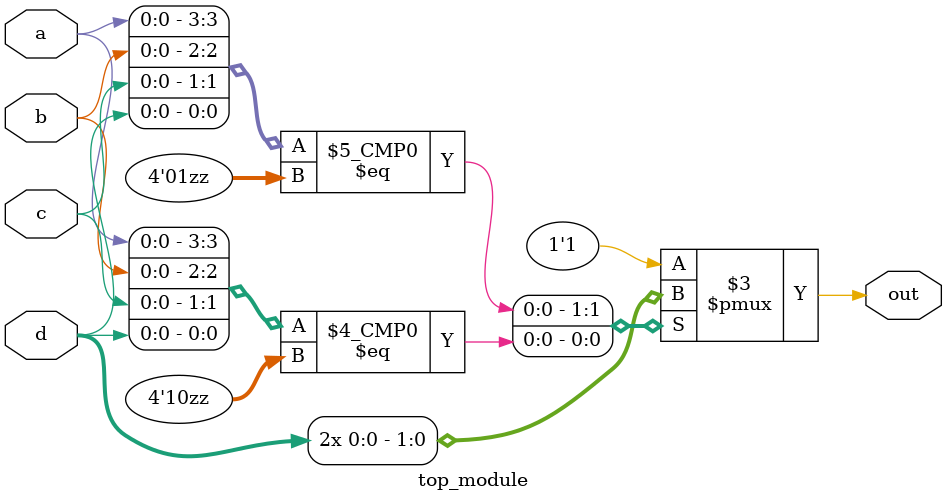
<source format=sv>
module top_module (
    input a, 
    input b,
    input c,
    input d,
    output reg out
);

    always @(*) begin
        case ({a, b, c, d})
            4'b00??: out = 1;
            4'b01??: out = d;
            4'b10??: out = d;
            default: out = 1;
        endcase
    end
endmodule

</source>
